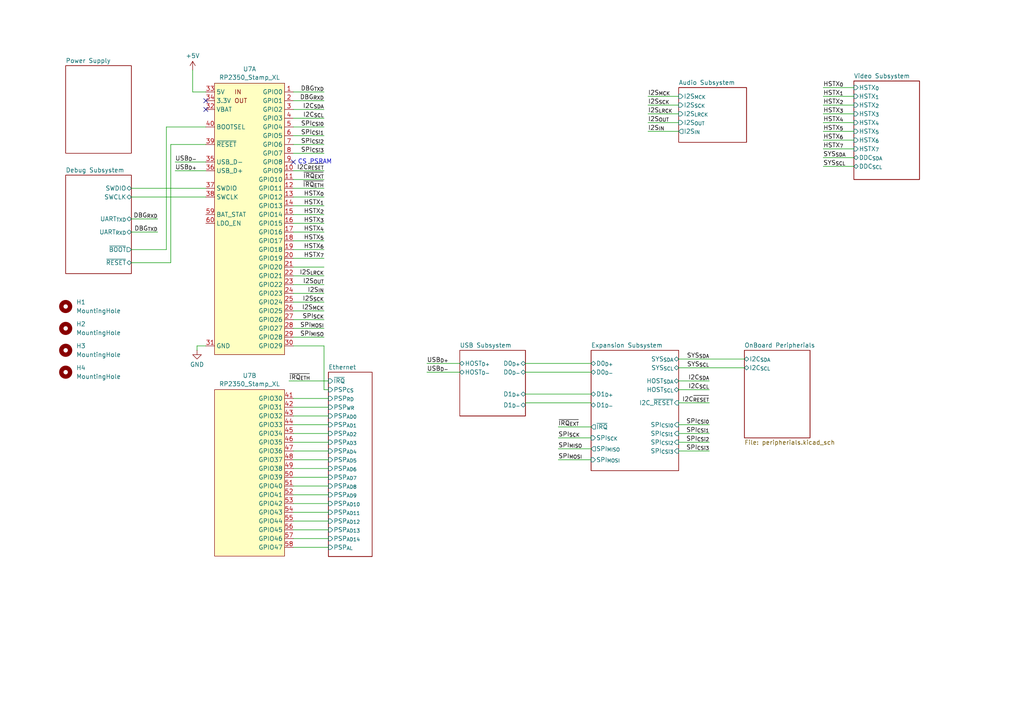
<source format=kicad_sch>
(kicad_sch (version 20231120) (generator "eeschema") (generator_version "8.0")
  (paper "A4")
  (lib_symbols
    (symbol "Mechanical:MountingHole" (pin_names (offset 1.016))
      (property "Reference" "H" (at 0 5.08 0))
      (property "Value" "MountingHole" (at 0 3.175 0))
      (symbol "MountingHole_0_1"
        (circle (center 0 0) (radius 1.27) (stroke (width 1.27)))
      )
    )
    (symbol "RP2xxx_Stamp:RP2350_Stamp_XL"
      (property "Reference" "U" (at 10.16 43.18 0))
      (property "Value" "RP2350_Stamp_XL" (at 0 -38.1 0))
      (symbol "RP2350_Stamp_XL_1_0"
        (text "IN" (at -4.445 39.37 0) (effects (font (size 1.27 1.27)) (justify left)))
        (text "OUT" (at -4.445 36.83 0) (effects (font (size 1.27 1.27)) (justify left)))
        (pin bidirectional line (at 12.7 39.37 180) (length 2.54) (name "GPIO0") (number "1"))
        (pin bidirectional line (at 12.7 16.51 180) (length 2.54) (name "GPIO9") (number "10"))
        (pin bidirectional line (at 12.7 13.97 180) (length 2.54) (name "GPIO10") (number "11"))
        (pin bidirectional line (at 12.7 11.43 180) (length 2.54) (name "GPIO11") (number "12"))
        (pin bidirectional line (at 12.7 8.89 180) (length 2.54) (name "GPIO12") (number "13"))
        (pin bidirectional line (at 12.7 6.35 180) (length 2.54) (name "GPIO13") (number "14"))
        (pin bidirectional line (at 12.7 3.81 180) (length 2.54) (name "GPIO14") (number "15"))
        (pin bidirectional line (at 12.7 1.27 180) (length 2.54) (name "GPIO15") (number "16"))
        (pin bidirectional line (at 12.7 -1.27 180) (length 2.54) (name "GPIO16") (number "17"))
        (pin bidirectional line (at 12.7 -3.81 180) (length 2.54) (name "GPIO17") (number "18"))
        (pin bidirectional line (at 12.7 -6.35 180) (length 2.54) (name "GPIO18") (number "19"))
        (pin bidirectional line (at 12.7 36.83 180) (length 2.54) (name "GPIO1") (number "2"))
        (pin bidirectional line (at 12.7 -8.89 180) (length 2.54) (name "GPIO19") (number "20"))
        (pin bidirectional line (at 12.7 -11.43 180) (length 2.54) (name "GPIO20") (number "21"))
        (pin bidirectional line (at 12.7 -13.97 180) (length 2.54) (name "GPIO21") (number "22"))
        (pin bidirectional line (at 12.7 -16.51 180) (length 2.54) (name "GPIO22") (number "23"))
        (pin bidirectional line (at 12.7 -19.05 180) (length 2.54) (name "GPIO23") (number "24"))
        (pin bidirectional line (at 12.7 -21.59 180) (length 2.54) (name "GPIO24") (number "25"))
        (pin bidirectional line (at 12.7 -24.13 180) (length 2.54) (name "GPIO25") (number "26"))
        (pin bidirectional line (at 12.7 -26.67 180) (length 2.54) (name "GPIO26") (number "27"))
        (pin bidirectional line (at 12.7 -29.21 180) (length 2.54) (name "GPIO27") (number "28"))
        (pin bidirectional line (at 12.7 -31.75 180) (length 2.54) (name "GPIO28") (number "29"))
        (pin bidirectional line (at 12.7 34.29 180) (length 2.54) (name "GPIO2") (number "3"))
        (pin bidirectional line (at 12.7 -34.29 180) (length 2.54) (name "GPIO29") (number "30"))
        (pin power_in line (at -12.7 -34.29 0) (length 2.54) (name "GND") (number "31"))
        (pin power_in line (at -12.7 34.29 0) (length 2.54) (name "VBAT") (number "32"))
        (pin power_in line (at -12.7 39.37 0) (length 2.54) (name "5V") (number "33"))
        (pin power_out line (at -12.7 36.83 0) (length 2.54) (name "3.3V") (number "34"))
        (pin bidirectional line (at -12.7 19.05 0) (length 2.54) (name "USB_D-") (number "35"))
        (pin bidirectional line (at -12.7 16.51 0) (length 2.54) (name "USB_D+") (number "36"))
        (pin bidirectional line (at -12.7 11.43 0) (length 2.54) (name "SWDIO") (number "37"))
        (pin input line (at -12.7 8.89 0) (length 2.54) (name "SWCLK") (number "38"))
        (pin bidirectional line (at -12.7 24.13 0) (length 2.54) (name "~{RESET}") (number "39"))
        (pin bidirectional line (at 12.7 31.75 180) (length 2.54) (name "GPIO3") (number "4"))
        (pin input line (at -12.7 29.21 0) (length 2.54) (name "BOOTSEL") (number "40"))
        (pin bidirectional line (at 12.7 29.21 180) (length 2.54) (name "GPIO4") (number "5"))
        (pin output line (at -12.7 3.81 0) (length 2.54) (name "BAT_STAT") (number "59"))
        (pin bidirectional line (at 12.7 26.67 180) (length 2.54) (name "GPIO5") (number "6"))
        (pin input line (at -12.7 1.27 0) (length 2.54) (name "LDO_EN") (number "60"))
        (pin bidirectional line (at 12.7 24.13 180) (length 2.54) (name "GPIO6") (number "7"))
        (pin bidirectional line (at 12.7 21.59 180) (length 2.54) (name "GPIO7") (number "8"))
        (pin bidirectional line (at 12.7 19.05 180) (length 2.54) (name "GPIO8") (number "9"))
      )
      (symbol "RP2350_Stamp_XL_1_1"
        (rectangle (start -10.16 41.91) (end 10.16 -36.83) (stroke (width 0.1524)) (fill (type background)))
      )
      (symbol "RP2350_Stamp_XL_2_0"
        (pin bidirectional line (at 12.7 24.13 180) (length 2.54) (name "GPIO30") (number "41"))
        (pin bidirectional line (at 12.7 21.59 180) (length 2.54) (name "GPIO31") (number "42"))
        (pin bidirectional line (at 12.7 19.05 180) (length 2.54) (name "GPIO32") (number "43"))
        (pin bidirectional line (at 12.7 16.51 180) (length 2.54) (name "GPIO33") (number "44"))
        (pin bidirectional line (at 12.7 13.97 180) (length 2.54) (name "GPIO34") (number "45"))
        (pin bidirectional line (at 12.7 11.43 180) (length 2.54) (name "GPIO35") (number "46"))
        (pin bidirectional line (at 12.7 8.89 180) (length 2.54) (name "GPIO36") (number "47"))
        (pin bidirectional line (at 12.7 6.35 180) (length 2.54) (name "GPIO37") (number "48"))
        (pin bidirectional line (at 12.7 3.81 180) (length 2.54) (name "GPIO38") (number "49"))
        (pin bidirectional line (at 12.7 1.27 180) (length 2.54) (name "GPIO39") (number "50"))
        (pin bidirectional line (at 12.7 -1.27 180) (length 2.54) (name "GPIO40") (number "51"))
        (pin bidirectional line (at 12.7 -3.81 180) (length 2.54) (name "GPIO41") (number "52"))
        (pin bidirectional line (at 12.7 -6.35 180) (length 2.54) (name "GPIO42") (number "53"))
        (pin bidirectional line (at 12.7 -8.89 180) (length 2.54) (name "GPIO43") (number "54"))
        (pin bidirectional line (at 12.7 -11.43 180) (length 2.54) (name "GPIO44") (number "55"))
        (pin bidirectional line (at 12.7 -13.97 180) (length 2.54) (name "GPIO45") (number "56"))
        (pin bidirectional line (at 12.7 -16.51 180) (length 2.54) (name "GPIO46") (number "57"))
        (pin bidirectional line (at 12.7 -19.05 180) (length 2.54) (name "GPIO47") (number "58"))
      )
      (symbol "RP2350_Stamp_XL_2_1"
        (rectangle (start -10.16 26.67) (end 10.16 -21.59) (stroke (width 0.1524)) (fill (type background)))
      )
    )
    (symbol "power:+5V" (power) (pin_numbers hide) (pin_names (offset 0) hide)
      (property "Value" "+5V" (at 0 3.556 0))
      (symbol "+5V_0_1"
        (polyline (pts (xy -0.762 1.27) (xy 0 2.54)))
        (polyline (pts (xy 0 0) (xy 0 2.54)))
        (polyline (pts (xy 0 2.54) (xy 0.762 1.27)))
      )
      (symbol "+5V_1_1"
        (pin power_in line (at 0 0 90) (length 0) (name "~") (number "1"))
      )
    )
    (symbol "power:GND" (power) (pin_numbers hide) (pin_names (offset 0) hide)
      (property "Value" "GND" (at 0 -3.81 0))
      (symbol "GND_0_1"
        (polyline (pts (xy 0 0) (xy 0 -1.27) (xy 1.27 -1.27) (xy 0 -2.54) (xy -1.27 -1.27) (xy 0 -1.27)))
      )
      (symbol "GND_1_1"
        (pin power_in line (at 0 0 270) (length 0) (name "~") (number "1"))
      )
    )
  )
  (no_connect (at 59.69 29.21))
  (no_connect (at 85.09 46.99))
  (no_connect (at 59.69 31.75))
  (wire (pts (xy 38.1 63.5) (xy 45.72 63.5)))
  (wire (pts (xy 95.25 120.65) (xy 85.09 120.65)))
  (wire (pts (xy 48.26 72.39) (xy 48.26 36.83)))
  (wire (pts (xy 152.4 116.84) (xy 171.45 116.84)))
  (wire (pts (xy 152.4 114.3) (xy 171.45 114.3)))
  (wire (pts (xy 238.76 38.1) (xy 247.65 38.1)))
  (wire (pts (xy 49.53 76.2) (xy 49.53 41.91)))
  (wire (pts (xy 93.98 67.31) (xy 85.09 67.31)))
  (wire (pts (xy 85.09 52.07) (xy 93.98 52.07)))
  (wire (pts (xy 57.15 100.33) (xy 57.15 101.6)))
  (wire (pts (xy 238.76 25.4) (xy 247.65 25.4)))
  (wire (pts (xy 38.1 57.15) (xy 59.69 57.15)))
  (wire (pts (xy 93.98 77.47) (xy 85.09 77.47)))
  (wire (pts (xy 85.09 39.37) (xy 93.98 39.37)))
  (wire (pts (xy 196.85 128.27) (xy 205.74 128.27)))
  (wire (pts (xy 85.09 41.91) (xy 93.98 41.91)))
  (wire (pts (xy 93.98 85.09) (xy 85.09 85.09)))
  (wire (pts (xy 85.09 49.53) (xy 93.98 49.53)))
  (wire (pts (xy 161.925 123.825) (xy 171.45 123.825)))
  (wire (pts (xy 196.85 123.19) (xy 205.74 123.19)))
  (wire (pts (xy 48.26 36.83) (xy 59.69 36.83)))
  (wire (pts (xy 85.09 146.05) (xy 95.25 146.05)))
  (wire (pts (xy 161.925 127) (xy 171.45 127)))
  (wire (pts (xy 85.09 29.21) (xy 93.98 29.21)))
  (wire (pts (xy 123.825 105.41) (xy 133.35 105.41)))
  (wire (pts (xy 85.09 133.35) (xy 95.25 133.35)))
  (wire (pts (xy 93.98 97.79) (xy 85.09 97.79)))
  (wire (pts (xy 38.1 54.61) (xy 59.69 54.61)))
  (wire (pts (xy 238.76 45.72) (xy 247.65 45.72)))
  (wire (pts (xy 238.76 48.26) (xy 247.65 48.26)))
  (wire (pts (xy 93.98 59.69) (xy 85.09 59.69)))
  (wire (pts (xy 85.09 115.57) (xy 95.25 115.57)))
  (wire (pts (xy 85.09 143.51) (xy 95.25 143.51)))
  (wire (pts (xy 238.76 35.56) (xy 247.65 35.56)))
  (wire (pts (xy 196.85 116.84) (xy 205.74 116.84)))
  (wire (pts (xy 85.09 54.61) (xy 93.98 54.61)))
  (wire (pts (xy 152.4 105.41) (xy 171.45 105.41)))
  (wire (pts (xy 196.85 125.73) (xy 205.74 125.73)))
  (wire (pts (xy 85.09 151.13) (xy 95.25 151.13)))
  (wire (pts (xy 85.09 26.67) (xy 93.98 26.67)))
  (wire (pts (xy 85.09 135.89) (xy 95.25 135.89)))
  (wire (pts (xy 38.1 67.31) (xy 45.72 67.31)))
  (wire (pts (xy 93.98 72.39) (xy 85.09 72.39)))
  (wire (pts (xy 85.09 158.75) (xy 95.25 158.75)))
  (wire (pts (xy 38.1 76.2) (xy 49.53 76.2)))
  (wire (pts (xy 93.98 82.55) (xy 85.09 82.55)))
  (wire (pts (xy 196.85 104.14) (xy 215.9 104.14)))
  (wire (pts (xy 38.1 72.39) (xy 48.26 72.39)))
  (wire (pts (xy 161.925 133.35) (xy 171.45 133.35)))
  (wire (pts (xy 238.76 30.48) (xy 247.65 30.48)))
  (wire (pts (xy 85.09 34.29) (xy 93.98 34.29)))
  (wire (pts (xy 196.85 130.81) (xy 205.74 130.81)))
  (wire (pts (xy 93.98 64.77) (xy 85.09 64.77)))
  (wire (pts (xy 187.96 30.48) (xy 196.85 30.48)))
  (wire (pts (xy 85.09 156.21) (xy 95.25 156.21)))
  (wire (pts (xy 55.88 20.32) (xy 55.88 26.67)))
  (wire (pts (xy 85.09 123.19) (xy 95.25 123.19)))
  (wire (pts (xy 93.98 100.33) (xy 93.98 113.03)))
  (wire (pts (xy 196.85 106.68) (xy 215.9 106.68)))
  (wire (pts (xy 59.69 26.67) (xy 55.88 26.67)))
  (wire (pts (xy 152.4 107.95) (xy 171.45 107.95)))
  (wire (pts (xy 85.09 138.43) (xy 95.25 138.43)))
  (wire (pts (xy 196.85 113.03) (xy 205.74 113.03)))
  (wire (pts (xy 83.82 110.49) (xy 95.25 110.49)))
  (wire (pts (xy 85.09 128.27) (xy 95.25 128.27)))
  (wire (pts (xy 85.09 140.97) (xy 95.25 140.97)))
  (wire (pts (xy 85.09 44.45) (xy 93.98 44.45)))
  (wire (pts (xy 93.98 92.71) (xy 85.09 92.71)))
  (wire (pts (xy 238.76 43.18) (xy 247.65 43.18)))
  (wire (pts (xy 49.53 41.91) (xy 59.69 41.91)))
  (wire (pts (xy 161.925 130.175) (xy 171.45 130.175)))
  (wire (pts (xy 50.8 46.99) (xy 59.69 46.99)))
  (wire (pts (xy 93.98 95.25) (xy 85.09 95.25)))
  (wire (pts (xy 93.98 100.33) (xy 85.09 100.33)))
  (wire (pts (xy 85.09 153.67) (xy 95.25 153.67)))
  (wire (pts (xy 93.98 90.17) (xy 85.09 90.17)))
  (wire (pts (xy 93.98 57.15) (xy 85.09 57.15)))
  (wire (pts (xy 187.96 27.94) (xy 196.85 27.94)))
  (wire (pts (xy 93.98 80.01) (xy 85.09 80.01)))
  (wire (pts (xy 187.96 38.1) (xy 196.85 38.1)))
  (wire (pts (xy 95.25 113.03) (xy 93.98 113.03)))
  (wire (pts (xy 85.09 125.73) (xy 95.25 125.73)))
  (wire (pts (xy 85.09 148.59) (xy 95.25 148.59)))
  (wire (pts (xy 93.98 69.85) (xy 85.09 69.85)))
  (wire (pts (xy 85.09 130.81) (xy 95.25 130.81)))
  (wire (pts (xy 59.69 100.33) (xy 57.15 100.33)))
  (wire (pts (xy 238.76 27.94) (xy 247.65 27.94)))
  (wire (pts (xy 238.76 40.64) (xy 247.65 40.64)))
  (wire (pts (xy 187.96 35.56) (xy 196.85 35.56)))
  (wire (pts (xy 85.09 36.83) (xy 93.98 36.83)))
  (wire (pts (xy 238.76 33.02) (xy 247.65 33.02)))
  (wire (pts (xy 85.09 31.75) (xy 93.98 31.75)))
  (wire (pts (xy 93.98 87.63) (xy 85.09 87.63)))
  (wire (pts (xy 93.98 62.23) (xy 85.09 62.23)))
  (wire (pts (xy 85.09 118.11) (xy 95.25 118.11)))
  (wire (pts (xy 50.8 49.53) (xy 59.69 49.53)))
  (wire (pts (xy 196.85 110.49) (xy 205.74 110.49)))
  (wire (pts (xy 123.825 107.95) (xy 133.35 107.95)))
  (wire (pts (xy 187.96 33.02) (xy 196.85 33.02)))
  (wire (pts (xy 93.98 74.93) (xy 85.09 74.93)))
  (text "CS PSRAM" (at 86.36 46.99 0) (effects (font (size 1.27 1.27)) (justify left)))
  (label "I2S_{MCK}" (at 187.96 27.94 0))
  (label "SYS_{SCL}" (at 238.76 48.26 0))
  (label "DBG_{RXD}" (at 45.72 63.5 180))
  (label "I2S_{OUT}" (at 93.98 82.55 180))
  (label "USB_{D+}" (at 50.8 49.53 0))
  (label "SPI_{CSi2}" (at 205.74 128.27 180))
  (label "HSTX_{2}" (at 238.76 30.48 0))
  (label "HSTX_{2}" (at 93.98 62.23 180))
  (label "I2S_{OUT}" (at 187.96 35.56 0))
  (label "I2S_{IN}" (at 187.96 38.1 0))
  (label "HSTX_{6}" (at 238.76 40.64 0))
  (label "SPI_{SCK}" (at 161.925 127 0))
  (label "DBG_{RXD}" (at 93.98 29.21 180))
  (label "SPI_{CSi3}" (at 93.98 44.45 180))
  (label "~{IRQ_{EXT}}" (at 93.98 52.07 180))
  (label "DBG_{TXD}" (at 45.72 67.31 180))
  (label "SPI_{CSi0}" (at 205.74 123.19 180))
  (label "USB_{D-}" (at 123.825 107.95 0))
  (label "HSTX_{5}" (at 93.98 69.85 180))
  (label "HSTX_{0}" (at 93.98 57.15 180))
  (label "HSTX_{3}" (at 93.98 64.77 180))
  (label "I2S_{LRCK}" (at 93.98 80.01 180))
  (label "I2S_{MCK}" (at 93.98 90.17 180))
  (label "SPI_{MOSI}" (at 93.98 95.25 180))
  (label "SYS_{SDA}" (at 238.76 45.72 0))
  (label "~{IRQ_{ETH}}" (at 93.98 54.61 180))
  (label "SPI_{CSi0}" (at 93.98 36.83 180))
  (label "HSTX_{7}" (at 93.98 74.93 180))
  (label "I2S_{LRCK}" (at 187.96 33.02 0))
  (label "SPI_{CSi1}" (at 93.98 39.37 180))
  (label "I2C_{SCL}" (at 93.98 34.29 180))
  (label "HSTX_{6}" (at 93.98 72.39 180))
  (label "SPI_{SCK}" (at 93.98 92.71 180))
  (label "USB_{D+}" (at 123.825 105.41 0))
  (label "I2S_{SCK}" (at 187.96 30.48 0))
  (label "I2C_{~{RESET}}" (at 205.74 116.84 180))
  (label "~{IRQ_{EXT}}" (at 161.925 123.825 0))
  (label "USB_{D-}" (at 50.8 46.99 0))
  (label "I2C_{~{RESET}}" (at 93.98 49.53 180))
  (label "HSTX_{0}" (at 238.76 25.4 0))
  (label "SPI_{MOSI}" (at 161.925 133.35 0))
  (label "I2S_{SCK}" (at 93.98 87.63 180))
  (label "HSTX_{4}" (at 238.76 35.56 0))
  (label "SPI_{MISO}" (at 161.925 130.175 0))
  (label "I2C_{SDA}" (at 205.74 110.49 180))
  (label "I2S_{IN}" (at 93.98 85.09 180))
  (label "HSTX_{7}" (at 238.76 43.18 0))
  (label "HSTX_{1}" (at 93.98 59.69 180))
  (label "SPI_{CSi2}" (at 93.98 41.91 180))
  (label "HSTX_{5}" (at 238.76 38.1 0))
  (label "SYS_{SCL}" (at 205.74 106.68 180))
  (label "SPI_{CSi1}" (at 205.74 125.73 180))
  (label "HSTX_{1}" (at 238.76 27.94 0))
  (label "HSTX_{4}" (at 93.98 67.31 180))
  (label "I2C_{SCL}" (at 205.74 113.03 180))
  (label "I2C_{SDA}" (at 93.98 31.75 180))
  (label "HSTX_{3}" (at 238.76 33.02 0))
  (label "SPI_{CSi3}" (at 205.74 130.81 180))
  (label "SYS_{SDA}" (at 205.74 104.14 180))
  (label "~{IRQ_{ETH}}" (at 83.82 110.49 0))
  (label "SPI_{MISO}" (at 93.98 97.79 180))
  (label "DBG_{TXD}" (at 93.98 26.67 180))
  (symbol (lib_id "Mechanical:MountingHole") (at 19.05 95.25 0) (unit 1)
    (property "Reference" "H2" (at 22.098 93.9799 0) (effects (justify left)))
    (property "Value" "MountingHole" (at 22.098 96.5199 0) (effects (justify left)))
    (property "Footprint" "MountingHole:MountingHole_4.3mm_M4_Pad_Via" (effects (hide yes)))
  )
  (symbol (lib_id "power:+5V") (at 55.88 20.32 0) (unit 1)
    (property "Reference" "#PWR0112" (effects (hide yes)))
    (property "Value" "+5V" (at 55.88 16.1869 0))
    (property "Description" "Power symbol creates a global label with name \"+5V\"" (effects (hide yes)))
  )
  (symbol (lib_id "Mechanical:MountingHole") (at 19.05 107.95 0) (unit 1)
    (property "Reference" "H4" (at 22.098 106.6799 0) (effects (justify left)))
    (property "Value" "MountingHole" (at 22.098 109.2199 0) (effects (justify left)))
    (property "Footprint" "MountingHole:MountingHole_4.3mm_M4_Pad_Via" (effects (hide yes)))
  )
  (symbol (lib_id "power:GND") (at 57.15 101.6 0) (unit 1)
    (property "Reference" "#PWR0111" (effects (hide yes)))
    (property "Value" "GND" (at 57.15 105.7331 0))
    (property "Description" "Power symbol creates a global label with name \"GND\" , ground" (effects (hide yes)))
  )
  (symbol (lib_id "Mechanical:MountingHole") (at 19.05 88.9 0) (unit 1)
    (property "Reference" "H1" (at 22.098 87.6299 0) (effects (justify left)))
    (property "Value" "MountingHole" (at 22.098 90.1699 0) (effects (justify left)))
    (property "Footprint" "MountingHole:MountingHole_4.3mm_M4_Pad_Via" (effects (hide yes)))
  )
  (symbol (lib_id "RP2xxx_Stamp:RP2350_Stamp_XL") (at 72.39 66.04 0) (unit 1)
    (property "Reference" "U7" (at 72.39 20.0363 0))
    (property "Value" "RP2350_Stamp_XL" (at 72.39 22.4606 0))
    (property "Footprint" "RP2xxx_Stamp:RP2xxx_Stamp_XL_FlexyPin" (effects (hide yes)))
  )
  (symbol (lib_id "RP2xxx_Stamp:RP2350_Stamp_XL") (at 72.39 139.7 0) (unit 2)
    (property "Reference" "U7" (at 72.39 108.9363 0))
    (property "Value" "RP2350_Stamp_XL" (at 72.39 111.3606 0))
    (property "Footprint" "RP2xxx_Stamp:RP2xxx_Stamp_XL_FlexyPin" (effects (hide yes)))
  )
  (symbol (lib_id "Mechanical:MountingHole") (at 19.05 101.6 0) (unit 1)
    (property "Reference" "H3" (at 22.098 100.3299 0) (effects (justify left)))
    (property "Value" "MountingHole" (at 22.098 102.8699 0) (effects (justify left)))
    (property "Footprint" "MountingHole:MountingHole_4.3mm_M4_Pad_Via" (effects (hide yes)))
  )
  (sheet (at 171.45 101.6) (size 25.4 34.925) (stroke (width 0.1524))
    (property "Sheetname" "Expansion Subsystem" (at 171.45 100.8884 0) (effects (justify left bottom)))
    (property "Sheetfile" "expansion.kicad_sch" (effects (hide yes)))
    (pin "SPI_{SCK}" input (at 171.45 127 180))
    (pin "SPI_{MISO}" output (at 171.45 130.175 180))
    (pin "SPI_{MOSI}" input (at 171.45 133.35 180))
    (pin "D1_{D+}" bidirectional (at 171.45 114.3 180))
    (pin "D1_{D-}" bidirectional (at 171.45 117.475 180))
    (pin "D0_{D-}" bidirectional (at 171.45 107.95 180))
    (pin "D0_{D+}" bidirectional (at 171.45 105.41 180))
    (pin "SPI_{CSi0}" input (at 196.85 123.19 0))
    (pin "SPI_{CSi2}" input (at 196.85 128.27 0))
    (pin "SPI_{CSi3}" input (at 196.85 130.81 0))
    (pin "SPI_{CSi1}" input (at 196.85 125.73 0))
    (pin "~{IRQ}" output (at 171.45 123.825 180))
    (pin "SYS_{SCL}" bidirectional (at 196.85 106.68 0))
    (pin "SYS_{SDA}" bidirectional (at 196.85 104.14 0))
    (pin "HOST_{SCL}" bidirectional (at 196.85 113.03 0))
    (pin "HOST_{SDA}" bidirectional (at 196.85 110.49 0))
    (pin "I2C_~{RESET}" input (at 196.85 116.84 0))
  )
  (sheet (at 196.85 25.4) (size 19.685 15.875) (stroke (width 0.1524))
    (property "Sheetname" "Audio Subsystem" (at 196.85 24.6884 0) (effects (justify left bottom)))
    (property "Sheetfile" "audio.kicad_sch" (effects (hide yes)))
    (pin "I2S_{SCK}" input (at 196.85 30.48 180))
    (pin "I2S_{MCK}" input (at 196.85 27.94 180))
    (pin "I2S_{LRCK}" input (at 196.85 33.02 180))
    (pin "I2S_{OUT}" input (at 196.85 35.56 180))
    (pin "I2S_{IN}" output (at 196.85 38.1 180))
  )
  (sheet (at 215.9 101.6) (size 19.05 25.4) (stroke (width 0.1524))
    (property "Sheetname" "OnBoard Peripherials" (at 215.9 100.8884 0) (effects (justify left bottom)))
    (property "Sheetfile" "peripherials.kicad_sch" (at 215.9 127.5846 0) (effects (justify left top)))
    (pin "I2C_{SDA}" bidirectional (at 215.9 104.14 180))
    (pin "I2C_{SCL}" bidirectional (at 215.9 106.68 180))
  )
  (sheet (at 95.25 107.95) (size 12.7 53.467) (stroke (width 0.1524))
    (property "Sheetname" "Ethernet" (at 95.25 107.2384 0) (effects (justify left bottom)))
    (property "Sheetfile" "ethernet.kicad_sch" (effects (hide yes)))
    (pin "PSP_{AD0}" input (at 95.25 120.65 180))
    (pin "PSP_{AD1}" input (at 95.25 123.19 180))
    (pin "PSP_{AD2}" input (at 95.25 125.73 180))
    (pin "PSP_{AD3}" input (at 95.25 128.27 180))
    (pin "PSP_{AD4}" input (at 95.25 130.81 180))
    (pin "PSP_{CS}" input (at 95.25 113.03 180))
    (pin "PSP_{AL}" input (at 95.25 158.75 180))
    (pin "PSP_{RD}" input (at 95.25 115.57 180))
    (pin "PSP_{WR}" input (at 95.25 118.11 180))
    (pin "~{IRQ}" input (at 95.25 110.49 180))
    (pin "PSP_{AD6}" input (at 95.25 135.89 180))
    (pin "PSP_{AD5}" input (at 95.25 133.35 180))
    (pin "PSP_{AD7}" input (at 95.25 138.43 180))
    (pin "PSP_{AD8}" input (at 95.25 140.97 180))
    (pin "PSP_{AD9}" input (at 95.25 143.51 180))
    (pin "PSP_{AD10}" input (at 95.25 146.05 180))
    (pin "PSP_{AD11}" input (at 95.25 148.59 180))
    (pin "PSP_{AD14}" input (at 95.25 156.21 180))
    (pin "PSP_{AD12}" input (at 95.25 151.13 180))
    (pin "PSP_{AD13}" input (at 95.25 153.67 180))
  )
  (sheet (at 247.65 23.495) (size 19.05 28.575) (stroke (width 0.1524))
    (property "Sheetname" "Video Subsystem" (at 247.65 22.7834 0) (effects (justify left bottom)))
    (property "Sheetfile" "video.kicad_sch" (effects (hide yes)))
    (pin "HSTX_{3}" input (at 247.65 33.02 180))
    (pin "HSTX_{7}" input (at 247.65 43.18 180))
    (pin "HSTX_{4}" input (at 247.65 35.56 180))
    (pin "HSTX_{5}" input (at 247.65 38.1 180))
    (pin "HSTX_{6}" input (at 247.65 40.64 180))
    (pin "HSTX_{0}" input (at 247.65 25.4 180))
    (pin "HSTX_{2}" input (at 247.65 30.48 180))
    (pin "HSTX_{1}" input (at 247.65 27.94 180))
    (pin "DDC_{SCL}" bidirectional (at 247.65 48.26 180))
    (pin "DDC_{SDA}" bidirectional (at 247.65 45.72 180))
  )
  (sheet (at 19.05 19.05) (size 19.05 25.4) (stroke (width 0.1524))
    (property "Sheetname" "Power Supply" (at 19.05 18.3384 0) (effects (justify left bottom)))
    (property "Sheetfile" "power.kicad_sch" (effects (hide yes)))
  )
  (sheet (at 19.05 50.8) (size 19.05 28.575) (stroke (width 0.1524))
    (property "Sheetname" "Debug Subsystem" (at 19.05 50.0884 0) (effects (justify left bottom)))
    (property "Sheetfile" "debug.kicad_sch" (effects (hide yes)))
    (pin "SWDIO" bidirectional (at 38.1 54.61 0))
    (pin "SWCLK" bidirectional (at 38.1 57.15 0))
    (pin "UART_{TXD}" bidirectional (at 38.1 63.5 0))
    (pin "UART_{RXD}" bidirectional (at 38.1 67.31 0))
    (pin "~{BOOT}" output (at 38.1 72.39 0))
    (pin "~{RESET}" bidirectional (at 38.1 76.2 0))
  )
  (sheet (at 133.35 101.6) (size 19.05 19.05) (stroke (width 0.1524))
    (property "Sheetname" "USB Subsystem" (at 133.35 100.8884 0) (effects (justify left bottom)))
    (property "Sheetfile" "usb.kicad_sch" (effects (hide yes)))
    (pin "D0_{D+}" bidirectional (at 152.4 105.41 0))
    (pin "D1_{D-}" bidirectional (at 152.4 117.475 0))
    (pin "HOST_{D+}" bidirectional (at 133.35 105.41 180))
    (pin "D0_{D-}" bidirectional (at 152.4 107.95 0))
    (pin "D1_{D+}" bidirectional (at 152.4 114.3 0))
    (pin "HOST_{D-}" bidirectional (at 133.35 107.95 180))
  )
)
</source>
